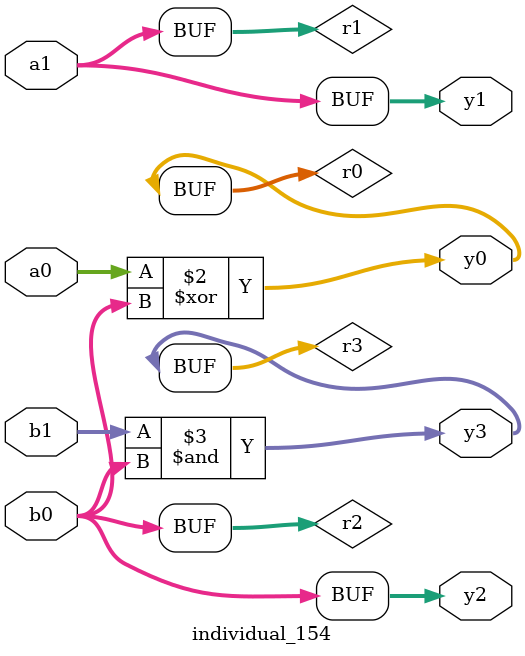
<source format=sv>
module individual_154(input logic [15:0] a1, input logic [15:0] a0, input logic [15:0] b1, input logic [15:0] b0, output logic [15:0] y3, output logic [15:0] y2, output logic [15:0] y1, output logic [15:0] y0);
logic [15:0] r0, r1, r2, r3; 
 always@(*) begin 
	 r0 = a0; r1 = a1; r2 = b0; r3 = b1; 
 	 r0  ^=  b0 ;
 	 r3  &=  b0 ;
 	 y3 = r3; y2 = r2; y1 = r1; y0 = r0; 
end
endmodule
</source>
